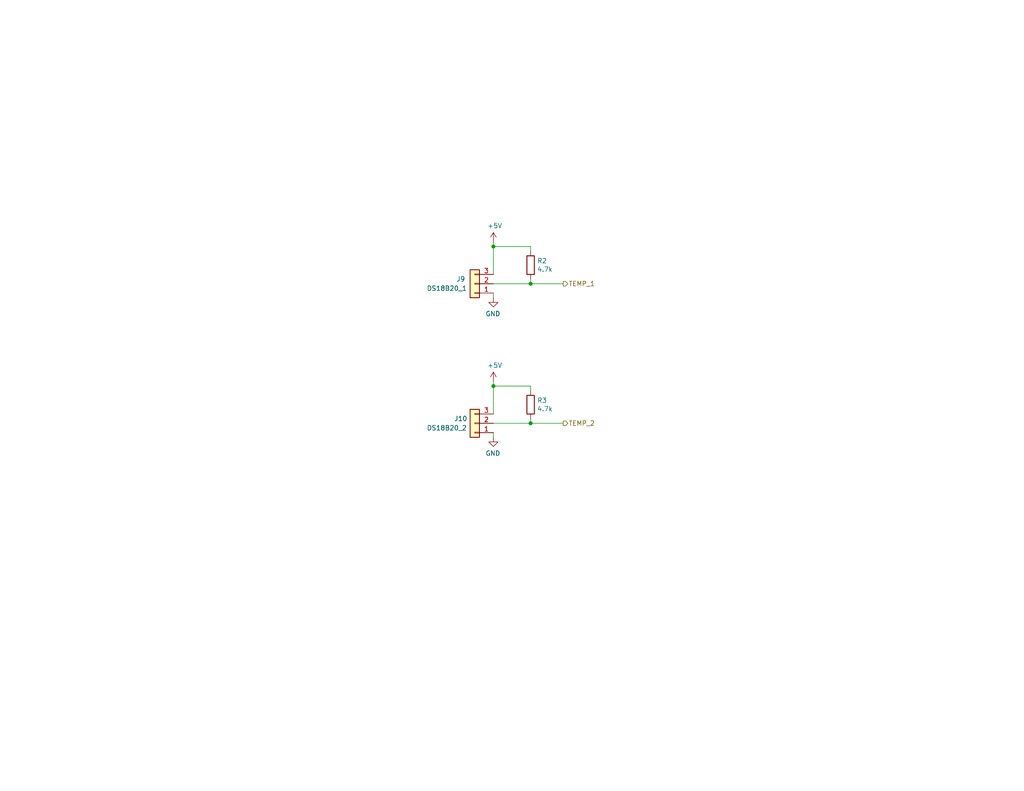
<source format=kicad_sch>
(kicad_sch (version 20211123) (generator eeschema)
  (paper "USLetter")
  (title_block (date "2021-06-15"))
  (lib_symbols
    (symbol "Connector_Generic:Conn_01x03" (pin_names (offset 1.016) hide)
      (property "Reference" "J" (at 0 5.08 0))
      (property "Value" "Conn_01x03" (at 0 -5.08 0))
      (symbol "Conn_01x03_1_1"
        (rectangle (start -1.27 -2.413) (end 0 -2.667) (stroke (width 0.1524)))
        (rectangle (start -1.27 0.127) (end 0 -0.127) (stroke (width 0.1524)))
        (rectangle (start -1.27 2.667) (end 0 2.413) (stroke (width 0.1524)))
        (rectangle (start -1.27 3.81) (end 1.27 -3.81) (stroke (width 0.254)) (fill (type background)))
        (pin passive line (at -5.08 2.54 0) (length 3.81) (name "Pin_1") (number "1"))
        (pin passive line (at -5.08 0 0) (length 3.81) (name "Pin_2") (number "2"))
        (pin passive line (at -5.08 -2.54 0) (length 3.81) (name "Pin_3") (number "3"))
      )
    )
    (symbol "Device:R" (pin_numbers hide) (pin_names (offset 0))
      (property "Reference" "R" (at 2.032 0 90))
      (property "Value" "R" (at 0 0 90))
      (symbol "R_0_1"
        (rectangle (start -1.016 -2.54) (end 1.016 2.54) (stroke (width 0.254)))
      )
      (symbol "R_1_1"
        (pin passive line (at 0 3.81 270) (length 1.27) (name "~") (number "1"))
        (pin passive line (at 0 -3.81 90) (length 1.27) (name "~") (number "2"))
      )
    )
    (symbol "power:+5V" (power) (pin_names (offset 0))
      (property "Value" "+5V" (at 0 3.556 0))
      (symbol "+5V_0_1"
        (polyline (pts (xy -0.762 1.27) (xy 0 2.54)))
        (polyline (pts (xy 0 0) (xy 0 2.54)))
        (polyline (pts (xy 0 2.54) (xy 0.762 1.27)))
      )
      (symbol "+5V_1_1"
        (pin power_in line (at 0 0 90) (length 0) hide (name "+5V") (number "1"))
      )
    )
    (symbol "power:GND" (power) (pin_names (offset 0))
      (property "Value" "GND" (at 0 -3.81 0))
      (symbol "GND_0_1"
        (polyline (pts (xy 0 0) (xy 0 -1.27) (xy 1.27 -1.27) (xy 0 -2.54) (xy -1.27 -1.27) (xy 0 -1.27)))
      )
      (symbol "GND_1_1"
        (pin power_in line (at 0 0 270) (length 0) hide (name "GND") (number "1"))
      )
    )
  )
  (junction (at 144.78 115.57))
  (junction (at 144.78 77.47))
  (junction (at 134.62 67.31))
  (junction (at 134.62 105.41))
  (wire (pts (xy 134.62 66.04) (xy 134.62 67.31)))
  (wire (pts (xy 134.62 67.31) (xy 134.62 74.93)))
  (wire (pts (xy 144.78 68.58) (xy 144.78 67.31)))
  (wire (pts (xy 134.62 105.41) (xy 134.62 113.03)))
  (wire (pts (xy 134.62 80.01) (xy 134.62 81.28)))
  (wire (pts (xy 134.62 104.14) (xy 134.62 105.41)))
  (wire (pts (xy 144.78 77.47) (xy 153.67 77.47)))
  (wire (pts (xy 144.78 115.57) (xy 153.67 115.57)))
  (wire (pts (xy 144.78 105.41) (xy 134.62 105.41)))
  (wire (pts (xy 134.62 115.57) (xy 144.78 115.57)))
  (wire (pts (xy 144.78 76.2) (xy 144.78 77.47)))
  (wire (pts (xy 144.78 114.3) (xy 144.78 115.57)))
  (wire (pts (xy 134.62 118.11) (xy 134.62 119.38)))
  (wire (pts (xy 144.78 106.68) (xy 144.78 105.41)))
  (wire (pts (xy 144.78 67.31) (xy 134.62 67.31)))
  (wire (pts (xy 134.62 77.47) (xy 144.78 77.47)))
  (hierarchical_label "TEMP_2" (shape output) (at 153.67 115.57 0))
  (hierarchical_label "TEMP_1" (shape output) (at 153.67 77.47 0))
  (symbol (lib_id "power:GND") (at 134.62 81.28 0) (mirror y)
    (property "Reference" "#PWR020" (effects hide))
    (property "Value" "GND" (at 134.493 85.6742 0))
  )
  (symbol (lib_id "power:GND") (at 134.62 119.38 0) (mirror y)
    (property "Reference" "#PWR022" (effects hide))
    (property "Value" "GND" (at 134.493 123.7742 0))
  )
  (symbol (lib_id "power:+5V") (at 134.62 104.14 0)
    (property "Reference" "#PWR021" (effects hide))
    (property "Value" "+5V" (at 135.001 99.7458 0))
  )
  (symbol (lib_id "power:+5V") (at 134.62 66.04 0)
    (property "Reference" "#PWR019" (effects hide))
    (property "Value" "+5V" (at 135.001 61.6458 0))
  )
  (symbol (lib_id "Device:R") (at 144.78 110.49 0)
    (property "Reference" "R3" (at 146.558 109.3216 0) (effects (justify left)))
    (property "Value" "4.7k" (at 146.558 111.633 0) (effects (justify left)))
    (property "Footprint" "Resistor_THT:R_Axial_DIN0207_L6.3mm_D2.5mm_P7.62mm_Horizontal" (effects hide))
  )
  (symbol (lib_id "Device:R") (at 144.78 72.39 0)
    (property "Reference" "R2" (at 146.558 71.2216 0) (effects (justify left)))
    (property "Value" "4.7k" (at 146.558 73.533 0) (effects (justify left)))
    (property "Footprint" "Resistor_THT:R_Axial_DIN0207_L6.3mm_D2.5mm_P7.62mm_Horizontal" (effects hide))
  )
  (symbol (lib_id "Connector_Generic:Conn_01x03") (at 129.54 77.47 180) (unit 1)
    (property "Reference" "J9" (at 125.73 76.2 0))
    (property "Value" "DS18B20_1" (at 121.92 78.74 0))
    (property "Footprint" "Connector_PinHeader_2.54mm:PinHeader_1x03_P2.54mm_Horizontal" (effects hide))
    (property "PartNumber" "2011-1X03G00SD025B" (effects hide))
  )
  (symbol (lib_id "Connector_Generic:Conn_01x03") (at 129.54 115.57 180) (unit 1)
    (property "Reference" "J10" (at 125.73 114.3 0))
    (property "Value" "DS18B20_2" (at 121.92 116.84 0))
    (property "Footprint" "Connector_PinHeader_2.54mm:PinHeader_1x03_P2.54mm_Horizontal" (effects hide))
    (property "PartNumber" "2011-1X03G00SD025B" (effects hide))
  )
)
</source>
